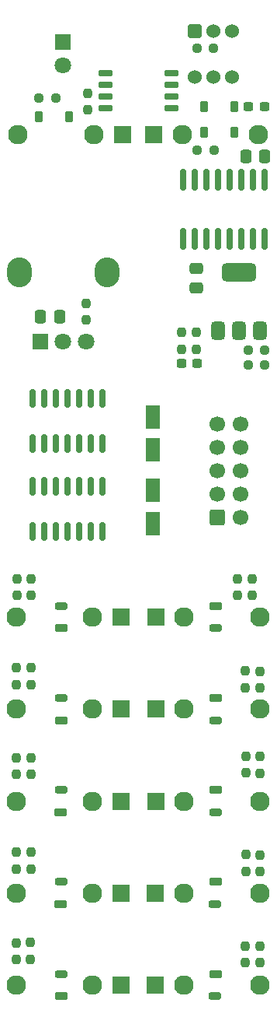
<source format=gbr>
%TF.GenerationSoftware,KiCad,Pcbnew,8.0.5+1*%
%TF.CreationDate,2024-11-27T03:26:14+08:00*%
%TF.ProjectId,MiniDiv v0.3 - Main,4d696e69-4469-4762-9076-302e33202d20,0.3*%
%TF.SameCoordinates,Original*%
%TF.FileFunction,Soldermask,Bot*%
%TF.FilePolarity,Negative*%
%FSLAX46Y46*%
G04 Gerber Fmt 4.6, Leading zero omitted, Abs format (unit mm)*
G04 Created by KiCad (PCBNEW 8.0.5+1) date 2024-11-27 03:26:14*
%MOMM*%
%LPD*%
G01*
G04 APERTURE LIST*
G04 Aperture macros list*
%AMRoundRect*
0 Rectangle with rounded corners*
0 $1 Rounding radius*
0 $2 $3 $4 $5 $6 $7 $8 $9 X,Y pos of 4 corners*
0 Add a 4 corners polygon primitive as box body*
4,1,4,$2,$3,$4,$5,$6,$7,$8,$9,$2,$3,0*
0 Add four circle primitives for the rounded corners*
1,1,$1+$1,$2,$3*
1,1,$1+$1,$4,$5*
1,1,$1+$1,$6,$7*
1,1,$1+$1,$8,$9*
0 Add four rect primitives between the rounded corners*
20,1,$1+$1,$2,$3,$4,$5,0*
20,1,$1+$1,$4,$5,$6,$7,0*
20,1,$1+$1,$6,$7,$8,$9,0*
20,1,$1+$1,$8,$9,$2,$3,0*%
G04 Aperture macros list end*
%ADD10RoundRect,0.200000X0.500000X-0.200000X0.500000X0.200000X-0.500000X0.200000X-0.500000X-0.200000X0*%
%ADD11RoundRect,0.200000X0.475000X-0.200000X0.475000X0.200000X-0.475000X0.200000X-0.475000X-0.200000X0*%
%ADD12R,1.830000X1.930000*%
%ADD13C,2.130000*%
%ADD14RoundRect,0.200000X-0.500000X0.200000X-0.500000X-0.200000X0.500000X-0.200000X0.500000X0.200000X0*%
%ADD15RoundRect,0.200000X-0.475000X0.200000X-0.475000X-0.200000X0.475000X-0.200000X0.475000X0.200000X0*%
%ADD16RoundRect,0.250000X-0.512000X-0.512000X0.512000X-0.512000X0.512000X0.512000X-0.512000X0.512000X0*%
%ADD17C,1.524000*%
%ADD18R,1.800000X1.800000*%
%ADD19C,1.800000*%
%ADD20O,2.720000X3.240000*%
%ADD21RoundRect,0.237500X0.237500X-0.250000X0.237500X0.250000X-0.237500X0.250000X-0.237500X-0.250000X0*%
%ADD22RoundRect,0.250000X-0.475000X0.337500X-0.475000X-0.337500X0.475000X-0.337500X0.475000X0.337500X0*%
%ADD23RoundRect,0.237500X0.300000X0.237500X-0.300000X0.237500X-0.300000X-0.237500X0.300000X-0.237500X0*%
%ADD24RoundRect,0.225000X-0.225000X-0.375000X0.225000X-0.375000X0.225000X0.375000X-0.225000X0.375000X0*%
%ADD25RoundRect,0.250000X-0.600000X-0.600000X0.600000X-0.600000X0.600000X0.600000X-0.600000X0.600000X0*%
%ADD26C,1.700000*%
%ADD27RoundRect,0.237500X-0.237500X0.250000X-0.237500X-0.250000X0.237500X-0.250000X0.237500X0.250000X0*%
%ADD28RoundRect,0.250000X-0.550000X1.050000X-0.550000X-1.050000X0.550000X-1.050000X0.550000X1.050000X0*%
%ADD29RoundRect,0.237500X-0.250000X-0.237500X0.250000X-0.237500X0.250000X0.237500X-0.250000X0.237500X0*%
%ADD30RoundRect,0.237500X0.250000X0.237500X-0.250000X0.237500X-0.250000X-0.237500X0.250000X-0.237500X0*%
%ADD31RoundRect,0.237500X-0.300000X-0.237500X0.300000X-0.237500X0.300000X0.237500X-0.300000X0.237500X0*%
%ADD32RoundRect,0.150000X-0.650000X-0.150000X0.650000X-0.150000X0.650000X0.150000X-0.650000X0.150000X0*%
%ADD33RoundRect,0.375000X0.375000X-0.625000X0.375000X0.625000X-0.375000X0.625000X-0.375000X-0.625000X0*%
%ADD34RoundRect,0.500000X1.400000X-0.500000X1.400000X0.500000X-1.400000X0.500000X-1.400000X-0.500000X0*%
%ADD35RoundRect,0.250000X-0.337500X-0.475000X0.337500X-0.475000X0.337500X0.475000X-0.337500X0.475000X0*%
%ADD36RoundRect,0.150000X-0.150000X0.825000X-0.150000X-0.825000X0.150000X-0.825000X0.150000X0.825000X0*%
%ADD37RoundRect,0.225000X0.225000X0.375000X-0.225000X0.375000X-0.225000X-0.375000X0.225000X-0.375000X0*%
%ADD38RoundRect,0.150000X0.150000X-1.050000X0.150000X1.050000X-0.150000X1.050000X-0.150000X-1.050000X0*%
%ADD39RoundRect,0.250000X0.337500X0.475000X-0.337500X0.475000X-0.337500X-0.475000X0.337500X-0.475000X0*%
G04 APERTURE END LIST*
D10*
%TO.C,J10*%
X113425000Y-142800000D03*
D11*
X113400000Y-145200000D03*
D12*
X106875000Y-144000000D03*
D13*
X118275000Y-144000000D03*
X109975000Y-144000000D03*
%TD*%
D14*
%TO.C,J3*%
X96575000Y-125200000D03*
D15*
X96600000Y-122800000D03*
D12*
X103125000Y-124000000D03*
D13*
X91725000Y-124000000D03*
X100025000Y-124000000D03*
%TD*%
D10*
%TO.C,J11*%
X113425000Y-152800000D03*
D11*
X113400000Y-155200000D03*
D12*
X106875000Y-154000000D03*
D13*
X118275000Y-154000000D03*
X109975000Y-154000000D03*
%TD*%
D10*
%TO.C,J7*%
X113450000Y-112800000D03*
D11*
X113425000Y-115200000D03*
D12*
X106900000Y-114000000D03*
D13*
X118300000Y-114000000D03*
X110000000Y-114000000D03*
%TD*%
D16*
%TO.C,SW1*%
X111200000Y-50200000D03*
D17*
X113200000Y-50200000D03*
X115200000Y-50200000D03*
X115200000Y-55200000D03*
X113200000Y-55200000D03*
X111200000Y-55200000D03*
%TD*%
D14*
%TO.C,J2*%
X96575000Y-115200000D03*
D15*
X96600000Y-112800000D03*
D12*
X103125000Y-114000000D03*
D13*
X91725000Y-114000000D03*
X100025000Y-114000000D03*
%TD*%
D18*
%TO.C,D4*%
X96800000Y-51425000D03*
D19*
X96800000Y-53965000D03*
%TD*%
D10*
%TO.C,J8*%
X113450000Y-122800000D03*
D11*
X113425000Y-125200000D03*
D12*
X106900000Y-124000000D03*
D13*
X118300000Y-124000000D03*
X110000000Y-124000000D03*
%TD*%
D14*
%TO.C,J5*%
X96550000Y-145200000D03*
D15*
X96575000Y-142800000D03*
D12*
X103100000Y-144000000D03*
D13*
X91700000Y-144000000D03*
X100000000Y-144000000D03*
%TD*%
D14*
%TO.C,J6*%
X96575000Y-155200000D03*
D15*
X96600000Y-152800000D03*
D12*
X103125000Y-154000000D03*
D13*
X91725000Y-154000000D03*
X100025000Y-154000000D03*
%TD*%
D12*
%TO.C,CLOCK_IN1*%
X103280000Y-61500000D03*
D13*
X91880000Y-61500000D03*
X100180000Y-61500000D03*
%TD*%
D14*
%TO.C,J4*%
X96550000Y-135200000D03*
D15*
X96575000Y-132800000D03*
D12*
X103100000Y-134000000D03*
D13*
X91700000Y-134000000D03*
X100000000Y-134000000D03*
%TD*%
D12*
%TO.C,RESET_IN1*%
X106700000Y-61500000D03*
D13*
X118100000Y-61500000D03*
X109800000Y-61500000D03*
%TD*%
D10*
%TO.C,J9*%
X113450000Y-132800000D03*
D11*
X113425000Y-135200000D03*
D12*
X106900000Y-134000000D03*
D13*
X118300000Y-134000000D03*
X110000000Y-134000000D03*
%TD*%
D20*
%TO.C,RV1*%
X92000000Y-76475000D03*
X101600000Y-76475000D03*
D18*
X94300000Y-83975000D03*
D19*
X96800000Y-83975000D03*
X99300000Y-83975000D03*
%TD*%
D21*
%TO.C,R22*%
X91700000Y-151250000D03*
X91700000Y-149425000D03*
%TD*%
D22*
%TO.C,C5*%
X111300000Y-76062500D03*
X111300000Y-78137500D03*
%TD*%
D23*
%TO.C,C4*%
X111462500Y-86400000D03*
X109737500Y-86400000D03*
%TD*%
D21*
%TO.C,R17*%
X91700000Y-121300000D03*
X91700000Y-119475000D03*
%TD*%
D24*
%TO.C,D3*%
X112150000Y-58400000D03*
X115450000Y-58400000D03*
%TD*%
D25*
%TO.C,J1*%
X113610000Y-103160000D03*
D26*
X116150000Y-103160000D03*
X113610000Y-100620000D03*
X116150000Y-100620000D03*
X113610000Y-98080000D03*
X116150000Y-98080000D03*
X113610000Y-95540000D03*
X116150000Y-95540000D03*
X113610000Y-93000000D03*
X116150000Y-93000000D03*
%TD*%
D21*
%TO.C,R8*%
X109700000Y-84825000D03*
X109700000Y-83000000D03*
%TD*%
D27*
%TO.C,R9*%
X99300000Y-79825000D03*
X99300000Y-81650000D03*
%TD*%
D28*
%TO.C,C2*%
X106600000Y-92200000D03*
X106600000Y-95800000D03*
%TD*%
D29*
%TO.C,R2*%
X94187500Y-57500000D03*
X96012500Y-57500000D03*
%TD*%
D21*
%TO.C,R4*%
X99450000Y-58812500D03*
X99450000Y-56987500D03*
%TD*%
%TO.C,R25*%
X118310000Y-130955000D03*
X118310000Y-129130000D03*
%TD*%
%TO.C,R15*%
X91700000Y-131100000D03*
X91700000Y-129275000D03*
%TD*%
D27*
%TO.C,R13*%
X93300000Y-139575000D03*
X93300000Y-141400000D03*
%TD*%
%TO.C,R18*%
X93240000Y-149400000D03*
X93240000Y-151225000D03*
%TD*%
D28*
%TO.C,C3*%
X106600000Y-100200000D03*
X106600000Y-103800000D03*
%TD*%
D24*
%TO.C,D2*%
X112150000Y-61200000D03*
X115450000Y-61200000D03*
%TD*%
D30*
%TO.C,R3*%
X113262500Y-63150000D03*
X111437500Y-63150000D03*
%TD*%
%TO.C,R6*%
X118812500Y-86500000D03*
X116987500Y-86500000D03*
%TD*%
D31*
%TO.C,C1*%
X117037500Y-58400000D03*
X118762500Y-58400000D03*
%TD*%
D21*
%TO.C,R14*%
X91740000Y-111632500D03*
X91740000Y-109807500D03*
%TD*%
D27*
%TO.C,R12*%
X93300000Y-129275000D03*
X93300000Y-131100000D03*
%TD*%
%TO.C,R7*%
X111300000Y-83000000D03*
X111300000Y-84825000D03*
%TD*%
%TO.C,R11*%
X93300000Y-119475000D03*
X93300000Y-121300000D03*
%TD*%
D32*
%TO.C,U2*%
X101425000Y-58560000D03*
X101425000Y-57290000D03*
X101425000Y-56020000D03*
X101425000Y-54750000D03*
X108625000Y-54750000D03*
X108625000Y-56020000D03*
X108625000Y-57290000D03*
X108625000Y-58560000D03*
%TD*%
D21*
%TO.C,R24*%
X118280000Y-121687500D03*
X118280000Y-119862500D03*
%TD*%
D27*
%TO.C,R19*%
X115800000Y-109787500D03*
X115800000Y-111612500D03*
%TD*%
D33*
%TO.C,U4*%
X118300000Y-82800000D03*
X116000000Y-82800000D03*
D34*
X116000000Y-76500000D03*
D33*
X113700000Y-82800000D03*
%TD*%
D21*
%TO.C,R10*%
X93300000Y-111632500D03*
X93300000Y-109807500D03*
%TD*%
D35*
%TO.C,C7*%
X94325000Y-81300000D03*
X96400000Y-81300000D03*
%TD*%
D36*
%TO.C,U3*%
X93490000Y-99750000D03*
X94760000Y-99750000D03*
X96030000Y-99750000D03*
X97300000Y-99750000D03*
X98570000Y-99750000D03*
X99840000Y-99750000D03*
X101110000Y-99750000D03*
X101110000Y-104700000D03*
X99840000Y-104700000D03*
X98570000Y-104700000D03*
X97300000Y-104700000D03*
X96030000Y-104700000D03*
X94760000Y-104700000D03*
X93490000Y-104700000D03*
%TD*%
D37*
%TO.C,D1*%
X97475000Y-59500000D03*
X94175000Y-59500000D03*
%TD*%
D27*
%TO.C,R20*%
X116700000Y-119825000D03*
X116700000Y-121650000D03*
%TD*%
D38*
%TO.C,U5*%
X118770000Y-72850000D03*
X117500000Y-72850000D03*
X116230000Y-72850000D03*
X114960000Y-72850000D03*
X113690000Y-72850000D03*
X112420000Y-72850000D03*
X111150000Y-72850000D03*
X109880000Y-72850000D03*
X109880000Y-66350000D03*
X111150000Y-66350000D03*
X112420000Y-66350000D03*
X113690000Y-66350000D03*
X114960000Y-66350000D03*
X116230000Y-66350000D03*
X117500000Y-66350000D03*
X118770000Y-66350000D03*
%TD*%
D21*
%TO.C,R23*%
X117400000Y-111612500D03*
X117400000Y-109787500D03*
%TD*%
%TO.C,R16*%
X91700000Y-141387500D03*
X91700000Y-139562500D03*
%TD*%
D39*
%TO.C,C6*%
X118825000Y-63850000D03*
X116750000Y-63850000D03*
%TD*%
D27*
%TO.C,R27*%
X116700000Y-149775000D03*
X116700000Y-151600000D03*
%TD*%
D29*
%TO.C,R1*%
X111387500Y-52100000D03*
X113212500Y-52100000D03*
%TD*%
D21*
%TO.C,R28*%
X118300000Y-141675000D03*
X118300000Y-139850000D03*
%TD*%
D27*
%TO.C,R26*%
X116750000Y-139837500D03*
X116750000Y-141662500D03*
%TD*%
%TO.C,R21*%
X116750000Y-129117500D03*
X116750000Y-130942500D03*
%TD*%
D21*
%TO.C,R29*%
X118250000Y-151600000D03*
X118250000Y-149775000D03*
%TD*%
D36*
%TO.C,U1*%
X93510000Y-90170000D03*
X94780000Y-90170000D03*
X96050000Y-90170000D03*
X97320000Y-90170000D03*
X98590000Y-90170000D03*
X99860000Y-90170000D03*
X101130000Y-90170000D03*
X101130000Y-95120000D03*
X99860000Y-95120000D03*
X98590000Y-95120000D03*
X97320000Y-95120000D03*
X96050000Y-95120000D03*
X94780000Y-95120000D03*
X93510000Y-95120000D03*
%TD*%
D29*
%TO.C,R5*%
X116987500Y-84900000D03*
X118812500Y-84900000D03*
%TD*%
M02*

</source>
